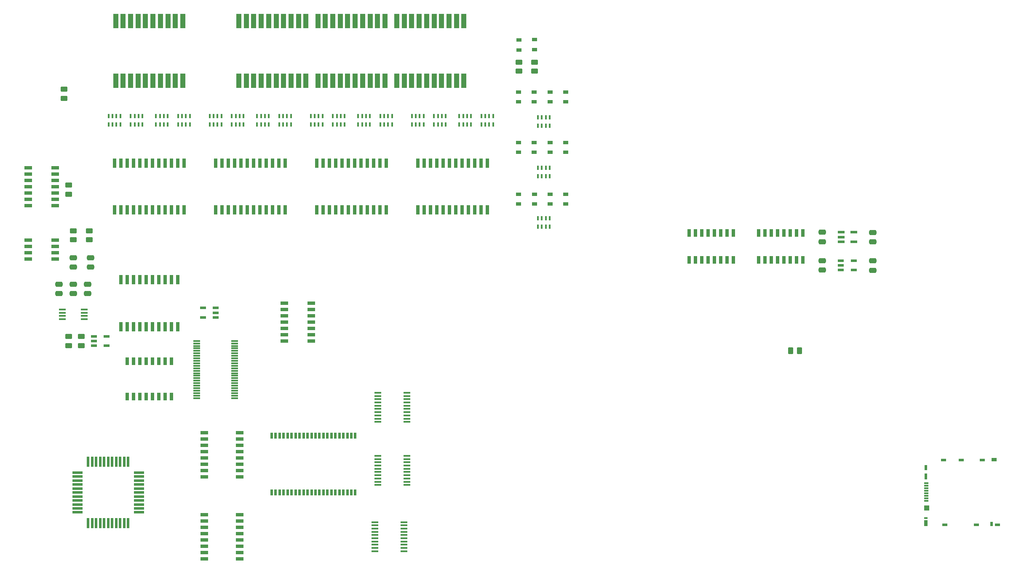
<source format=gbr>
%TF.GenerationSoftware,KiCad,Pcbnew,(6.0.5)*%
%TF.CreationDate,2022-08-17T10:53:36+02:00*%
%TF.ProjectId,Pico Debugger,5069636f-2044-4656-9275-676765722e6b,rev?*%
%TF.SameCoordinates,Original*%
%TF.FileFunction,Paste,Top*%
%TF.FilePolarity,Positive*%
%FSLAX46Y46*%
G04 Gerber Fmt 4.6, Leading zero omitted, Abs format (unit mm)*
G04 Created by KiCad (PCBNEW (6.0.5)) date 2022-08-17 10:53:36*
%MOMM*%
%LPD*%
G01*
G04 APERTURE LIST*
G04 Aperture macros list*
%AMRoundRect*
0 Rectangle with rounded corners*
0 $1 Rounding radius*
0 $2 $3 $4 $5 $6 $7 $8 $9 X,Y pos of 4 corners*
0 Add a 4 corners polygon primitive as box body*
4,1,4,$2,$3,$4,$5,$6,$7,$8,$9,$2,$3,0*
0 Add four circle primitives for the rounded corners*
1,1,$1+$1,$2,$3*
1,1,$1+$1,$4,$5*
1,1,$1+$1,$6,$7*
1,1,$1+$1,$8,$9*
0 Add four rect primitives between the rounded corners*
20,1,$1+$1,$2,$3,$4,$5,0*
20,1,$1+$1,$4,$5,$6,$7,0*
20,1,$1+$1,$6,$7,$8,$9,0*
20,1,$1+$1,$8,$9,$2,$3,0*%
G04 Aperture macros list end*
%ADD10R,0.425000X0.900000*%
%ADD11R,1.425000X0.300000*%
%ADD12R,0.650000X1.950000*%
%ADD13R,1.000000X0.800000*%
%ADD14R,1.000000X3.000000*%
%ADD15R,1.550000X0.650000*%
%ADD16RoundRect,0.250000X-0.475000X0.250000X-0.475000X-0.250000X0.475000X-0.250000X0.475000X0.250000X0*%
%ADD17RoundRect,0.250000X0.262500X0.450000X-0.262500X0.450000X-0.262500X-0.450000X0.262500X-0.450000X0*%
%ADD18R,1.400000X0.600000*%
%ADD19RoundRect,0.250000X-0.450000X0.262500X-0.450000X-0.262500X0.450000X-0.262500X0.450000X0.262500X0*%
%ADD20R,1.250000X0.600000*%
%ADD21R,0.650000X1.550000*%
%ADD22RoundRect,0.250000X0.450000X-0.262500X0.450000X0.262500X-0.450000X0.262500X-0.450000X-0.262500X0*%
%ADD23R,0.650000X1.925000*%
%ADD24R,1.150000X0.600000*%
%ADD25RoundRect,0.250000X0.475000X-0.250000X0.475000X0.250000X-0.475000X0.250000X-0.475000X-0.250000X0*%
%ADD26RoundRect,0.137500X0.912500X-0.137500X0.912500X0.137500X-0.912500X0.137500X-0.912500X-0.137500X0*%
%ADD27RoundRect,0.137500X0.137500X-0.912500X0.137500X0.912500X-0.137500X0.912500X-0.137500X-0.912500X0*%
%ADD28R,1.475000X0.450000*%
%ADD29R,1.425000X0.450000*%
%ADD30R,0.850000X0.300000*%
%ADD31R,1.000000X1.000000*%
%ADD32R,0.650000X0.450000*%
%ADD33R,0.650000X1.150000*%
%ADD34R,1.000000X0.500000*%
%ADD35R,0.500000X0.850000*%
%ADD36R,1.000000X0.700000*%
%ADD37R,0.600000X1.000000*%
%ADD38R,0.600000X1.200000*%
%ADD39R,0.600000X1.295000*%
G04 APERTURE END LIST*
D10*
%TO.C,RN4*%
X61665000Y-68160000D03*
X62465000Y-68160000D03*
X63265000Y-68160000D03*
X64065000Y-68160000D03*
X64065000Y-66460000D03*
X63265000Y-66460000D03*
X62465000Y-66460000D03*
X61665000Y-66460000D03*
%TD*%
D11*
%TO.C,IC5*%
X79373000Y-111725000D03*
X79373000Y-112225000D03*
X79373000Y-112725000D03*
X79373000Y-113225000D03*
X79373000Y-113725000D03*
X79373000Y-114225000D03*
X79373000Y-114725000D03*
X79373000Y-115225000D03*
X79373000Y-115725000D03*
X79373000Y-116225000D03*
X79373000Y-116725000D03*
X79373000Y-117225000D03*
X79373000Y-117725000D03*
X79373000Y-118225000D03*
X79373000Y-118725000D03*
X79373000Y-119225000D03*
X79373000Y-119725000D03*
X79373000Y-120225000D03*
X79373000Y-120725000D03*
X79373000Y-121225000D03*
X79373000Y-121725000D03*
X79373000Y-122225000D03*
X79373000Y-122725000D03*
X79373000Y-123225000D03*
X86997000Y-123225000D03*
X86997000Y-122725000D03*
X86997000Y-122225000D03*
X86997000Y-121725000D03*
X86997000Y-121225000D03*
X86997000Y-120725000D03*
X86997000Y-120225000D03*
X86997000Y-119725000D03*
X86997000Y-119225000D03*
X86997000Y-118725000D03*
X86997000Y-118225000D03*
X86997000Y-117725000D03*
X86997000Y-117225000D03*
X86997000Y-116725000D03*
X86997000Y-116225000D03*
X86997000Y-115725000D03*
X86997000Y-115225000D03*
X86997000Y-114725000D03*
X86997000Y-114225000D03*
X86997000Y-113725000D03*
X86997000Y-113225000D03*
X86997000Y-112725000D03*
X86997000Y-112225000D03*
X86997000Y-111725000D03*
%TD*%
D12*
%TO.C,IC12*%
X64135000Y-108865000D03*
X65405000Y-108865000D03*
X66675000Y-108865000D03*
X67945000Y-108865000D03*
X69215000Y-108865000D03*
X70485000Y-108865000D03*
X71755000Y-108865000D03*
X73025000Y-108865000D03*
X74295000Y-108865000D03*
X75565000Y-108865000D03*
X75565000Y-99415000D03*
X74295000Y-99415000D03*
X73025000Y-99415000D03*
X71755000Y-99415000D03*
X70485000Y-99415000D03*
X69215000Y-99415000D03*
X67945000Y-99415000D03*
X66675000Y-99415000D03*
X65405000Y-99415000D03*
X64135000Y-99415000D03*
%TD*%
D13*
%TO.C,LED5*%
X147250000Y-73755000D03*
X147250000Y-71755000D03*
%TD*%
D10*
%TO.C,RN11*%
X114230000Y-66460000D03*
X113430000Y-66460000D03*
X112630000Y-66460000D03*
X111830000Y-66460000D03*
X111830000Y-68160000D03*
X112630000Y-68160000D03*
X113430000Y-68160000D03*
X114230000Y-68160000D03*
%TD*%
D13*
%TO.C,LED10*%
X150425000Y-63595000D03*
X150425000Y-61595000D03*
%TD*%
D14*
%TO.C,DS3*%
X103740000Y-59340000D03*
X105240000Y-59340000D03*
X106740000Y-59340000D03*
X108240000Y-59340000D03*
X109740000Y-59340000D03*
X111240000Y-59340000D03*
X112740000Y-59340000D03*
X114240000Y-59340000D03*
X115740000Y-59340000D03*
X117240000Y-59340000D03*
X117240000Y-47340000D03*
X115740000Y-47340000D03*
X114240000Y-47340000D03*
X112740000Y-47340000D03*
X111240000Y-47340000D03*
X109740000Y-47340000D03*
X108240000Y-47340000D03*
X106740000Y-47340000D03*
X105240000Y-47340000D03*
X103740000Y-47340000D03*
%TD*%
D10*
%TO.C,RN8*%
X102305000Y-68160000D03*
X103105000Y-68160000D03*
X103905000Y-68160000D03*
X104705000Y-68160000D03*
X104705000Y-66460000D03*
X103905000Y-66460000D03*
X103105000Y-66460000D03*
X102305000Y-66460000D03*
%TD*%
D13*
%TO.C,LED11*%
X153600000Y-63595000D03*
X153600000Y-61595000D03*
%TD*%
D15*
%TO.C,IC10*%
X45535000Y-91440000D03*
X45535000Y-92710000D03*
X45535000Y-93980000D03*
X45535000Y-95250000D03*
X50985000Y-95250000D03*
X50985000Y-93980000D03*
X50985000Y-92710000D03*
X50985000Y-91440000D03*
%TD*%
D16*
%TO.C,C4*%
X215265000Y-95586000D03*
X215265000Y-97486000D03*
%TD*%
D14*
%TO.C,DS2*%
X63100000Y-59340000D03*
X64600000Y-59340000D03*
X66100000Y-59340000D03*
X67600000Y-59340000D03*
X69100000Y-59340000D03*
X70600000Y-59340000D03*
X72100000Y-59340000D03*
X73600000Y-59340000D03*
X75100000Y-59340000D03*
X76600000Y-59340000D03*
X76600000Y-47340000D03*
X75100000Y-47340000D03*
X73600000Y-47340000D03*
X72100000Y-47340000D03*
X70600000Y-47340000D03*
X69100000Y-47340000D03*
X67600000Y-47340000D03*
X66100000Y-47340000D03*
X64600000Y-47340000D03*
X63100000Y-47340000D03*
%TD*%
D17*
%TO.C,R3*%
X200580000Y-113665000D03*
X198755000Y-113665000D03*
%TD*%
D15*
%TO.C,IC15*%
X45535000Y-76835000D03*
X45535000Y-78105000D03*
X45535000Y-79375000D03*
X45535000Y-80645000D03*
X45535000Y-81915000D03*
X45535000Y-83185000D03*
X45535000Y-84455000D03*
X50985000Y-84455000D03*
X50985000Y-83185000D03*
X50985000Y-81915000D03*
X50985000Y-80645000D03*
X50985000Y-79375000D03*
X50985000Y-78105000D03*
X50985000Y-76835000D03*
%TD*%
D18*
%TO.C,IC1*%
X208935000Y-89855000D03*
X208935000Y-90805000D03*
X208935000Y-91755000D03*
X211435000Y-91755000D03*
X211435000Y-89855000D03*
%TD*%
D15*
%TO.C,RN2*%
X80907000Y-130175000D03*
X80907000Y-131445000D03*
X80907000Y-132715000D03*
X80907000Y-133985000D03*
X80907000Y-135255000D03*
X80907000Y-136525000D03*
X80907000Y-137795000D03*
X80907000Y-139065000D03*
X88003000Y-139065000D03*
X88003000Y-137795000D03*
X88003000Y-136525000D03*
X88003000Y-135255000D03*
X88003000Y-133985000D03*
X88003000Y-132715000D03*
X88003000Y-131445000D03*
X88003000Y-130175000D03*
%TD*%
D19*
%TO.C,R5*%
X54620000Y-89535000D03*
X54620000Y-91360000D03*
%TD*%
D13*
%TO.C,LED9*%
X147250000Y-63595000D03*
X147250000Y-61595000D03*
%TD*%
D16*
%TO.C,C7*%
X54610000Y-94951000D03*
X54610000Y-96851000D03*
%TD*%
D20*
%TO.C,IC11*%
X83165000Y-106995000D03*
X83165000Y-106045000D03*
X83165000Y-105095000D03*
X80665000Y-105095000D03*
X80665000Y-106995000D03*
%TD*%
D21*
%TO.C,RN1*%
X74295000Y-115832000D03*
X73025000Y-115832000D03*
X71755000Y-115832000D03*
X70485000Y-115832000D03*
X69215000Y-115832000D03*
X67945000Y-115832000D03*
X66675000Y-115832000D03*
X65405000Y-115832000D03*
X65405000Y-122928000D03*
X66675000Y-122928000D03*
X67945000Y-122928000D03*
X69215000Y-122928000D03*
X70485000Y-122928000D03*
X71755000Y-122928000D03*
X73025000Y-122928000D03*
X74295000Y-122928000D03*
%TD*%
D22*
%TO.C,R2*%
X52695000Y-62865000D03*
X52695000Y-61040000D03*
%TD*%
D13*
%TO.C,LED13*%
X147320000Y-84185000D03*
X147320000Y-82185000D03*
%TD*%
D10*
%TO.C,RN10*%
X118675000Y-66460000D03*
X117875000Y-66460000D03*
X117075000Y-66460000D03*
X116275000Y-66460000D03*
X116275000Y-68160000D03*
X117075000Y-68160000D03*
X117875000Y-68160000D03*
X118675000Y-68160000D03*
%TD*%
%TO.C,RN22*%
X147955000Y-88695000D03*
X148755000Y-88695000D03*
X149555000Y-88695000D03*
X150355000Y-88695000D03*
X150355000Y-86995000D03*
X149555000Y-86995000D03*
X148755000Y-86995000D03*
X147955000Y-86995000D03*
%TD*%
D13*
%TO.C,LED3*%
X147320000Y-53070000D03*
X147320000Y-51070000D03*
%TD*%
%TO.C,LED2*%
X144145000Y-53163000D03*
X144145000Y-51163000D03*
%TD*%
D16*
%TO.C,C8*%
X58102500Y-94951000D03*
X58102500Y-96851000D03*
%TD*%
D22*
%TO.C,R7*%
X144135000Y-57427500D03*
X144135000Y-55602500D03*
%TD*%
D13*
%TO.C,LED4*%
X144075000Y-73755000D03*
X144075000Y-71755000D03*
%TD*%
D14*
%TO.C,DS5*%
X87865000Y-59340000D03*
X89365000Y-59340000D03*
X90865000Y-59340000D03*
X92365000Y-59340000D03*
X93865000Y-59340000D03*
X95365000Y-59340000D03*
X96865000Y-59340000D03*
X98365000Y-59340000D03*
X99865000Y-59340000D03*
X101365000Y-59340000D03*
X101365000Y-47340000D03*
X99865000Y-47340000D03*
X98365000Y-47340000D03*
X96865000Y-47340000D03*
X95365000Y-47340000D03*
X93865000Y-47340000D03*
X92365000Y-47340000D03*
X90865000Y-47340000D03*
X89365000Y-47340000D03*
X87865000Y-47340000D03*
%TD*%
D10*
%TO.C,RN20*%
X147955000Y-78535000D03*
X148755000Y-78535000D03*
X149555000Y-78535000D03*
X150355000Y-78535000D03*
X150355000Y-76835000D03*
X149555000Y-76835000D03*
X148755000Y-76835000D03*
X147955000Y-76835000D03*
%TD*%
D23*
%TO.C,IC21*%
X83185000Y-85357000D03*
X84455000Y-85357000D03*
X85725000Y-85357000D03*
X86995000Y-85357000D03*
X88265000Y-85357000D03*
X89535000Y-85357000D03*
X90805000Y-85357000D03*
X92075000Y-85357000D03*
X93345000Y-85357000D03*
X94615000Y-85357000D03*
X95885000Y-85357000D03*
X97155000Y-85357000D03*
X97155000Y-75933000D03*
X95885000Y-75933000D03*
X94615000Y-75933000D03*
X93345000Y-75933000D03*
X92075000Y-75933000D03*
X90805000Y-75933000D03*
X89535000Y-75933000D03*
X88265000Y-75933000D03*
X86995000Y-75933000D03*
X85725000Y-75933000D03*
X84455000Y-75933000D03*
X83185000Y-75933000D03*
%TD*%
D24*
%TO.C,IC2*%
X208885000Y-95570000D03*
X208885000Y-96520000D03*
X208885000Y-97470000D03*
X211485000Y-97470000D03*
X211485000Y-95570000D03*
%TD*%
D13*
%TO.C,LED6*%
X150425000Y-73755000D03*
X150425000Y-71755000D03*
%TD*%
D25*
%TO.C,C20*%
X54610000Y-102216500D03*
X54610000Y-100316500D03*
%TD*%
D21*
%TO.C,IC3*%
X192365000Y-95435000D03*
X193635000Y-95435000D03*
X194905000Y-95435000D03*
X196175000Y-95435000D03*
X197445000Y-95435000D03*
X198715000Y-95435000D03*
X199985000Y-95435000D03*
X201255000Y-95435000D03*
X201255000Y-89985000D03*
X199985000Y-89985000D03*
X198715000Y-89985000D03*
X197445000Y-89985000D03*
X196175000Y-89985000D03*
X194905000Y-89985000D03*
X193635000Y-89985000D03*
X192365000Y-89985000D03*
%TD*%
D23*
%TO.C,IC19*%
X103505000Y-85357000D03*
X104775000Y-85357000D03*
X106045000Y-85357000D03*
X107315000Y-85357000D03*
X108585000Y-85357000D03*
X109855000Y-85357000D03*
X111125000Y-85357000D03*
X112395000Y-85357000D03*
X113665000Y-85357000D03*
X114935000Y-85357000D03*
X116205000Y-85357000D03*
X117475000Y-85357000D03*
X117475000Y-75933000D03*
X116205000Y-75933000D03*
X114935000Y-75933000D03*
X113665000Y-75933000D03*
X112395000Y-75933000D03*
X111125000Y-75933000D03*
X109855000Y-75933000D03*
X108585000Y-75933000D03*
X107315000Y-75933000D03*
X106045000Y-75933000D03*
X104775000Y-75933000D03*
X103505000Y-75933000D03*
%TD*%
D22*
%TO.C,R4*%
X57775000Y-91360000D03*
X57775000Y-89535000D03*
%TD*%
D13*
%TO.C,LED12*%
X144075000Y-84185000D03*
X144075000Y-82185000D03*
%TD*%
D19*
%TO.C,R12*%
X53667500Y-110847500D03*
X53667500Y-112672500D03*
%TD*%
D15*
%TO.C,RN3*%
X80907000Y-146685000D03*
X80907000Y-147955000D03*
X80907000Y-149225000D03*
X80907000Y-150495000D03*
X80907000Y-151765000D03*
X80907000Y-153035000D03*
X80907000Y-154305000D03*
X80907000Y-155575000D03*
X88003000Y-155575000D03*
X88003000Y-154305000D03*
X88003000Y-153035000D03*
X88003000Y-151765000D03*
X88003000Y-150495000D03*
X88003000Y-149225000D03*
X88003000Y-147955000D03*
X88003000Y-146685000D03*
%TD*%
D10*
%TO.C,RN9*%
X106750000Y-68160000D03*
X107550000Y-68160000D03*
X108350000Y-68160000D03*
X109150000Y-68160000D03*
X109150000Y-66460000D03*
X108350000Y-66460000D03*
X107550000Y-66460000D03*
X106750000Y-66460000D03*
%TD*%
%TO.C,RN18*%
X98355000Y-66460000D03*
X97555000Y-66460000D03*
X96755000Y-66460000D03*
X95955000Y-66460000D03*
X95955000Y-68160000D03*
X96755000Y-68160000D03*
X97555000Y-68160000D03*
X98355000Y-68160000D03*
%TD*%
D26*
%TO.C,IC7*%
X55395000Y-142240000D03*
X55395000Y-143040000D03*
X55395000Y-143840000D03*
X55395000Y-144640000D03*
X55395000Y-145440000D03*
X55395000Y-146240000D03*
D27*
X57595000Y-148440000D03*
X58395000Y-148440000D03*
X59195000Y-148440000D03*
X59995000Y-148440000D03*
X60795000Y-148440000D03*
X61595000Y-148440000D03*
X62395000Y-148440000D03*
X63195000Y-148440000D03*
X63995000Y-148440000D03*
X64795000Y-148440000D03*
X65595000Y-148440000D03*
D26*
X67795000Y-146240000D03*
X67795000Y-145440000D03*
X67795000Y-144640000D03*
X67795000Y-143840000D03*
X67795000Y-143040000D03*
X67795000Y-142240000D03*
X67795000Y-141440000D03*
X67795000Y-140640000D03*
X67795000Y-139840000D03*
X67795000Y-139040000D03*
X67795000Y-138240000D03*
D27*
X65595000Y-136040000D03*
X64795000Y-136040000D03*
X63995000Y-136040000D03*
X63195000Y-136040000D03*
X62395000Y-136040000D03*
X61595000Y-136040000D03*
X60795000Y-136040000D03*
X59995000Y-136040000D03*
X59195000Y-136040000D03*
X58395000Y-136040000D03*
X57595000Y-136040000D03*
D26*
X55395000Y-138240000D03*
X55395000Y-139040000D03*
X55395000Y-139840000D03*
X55395000Y-140640000D03*
X55395000Y-141440000D03*
%TD*%
D22*
%TO.C,R1*%
X53647500Y-82192500D03*
X53647500Y-80367500D03*
%TD*%
%TO.C,R8*%
X147310000Y-57427500D03*
X147310000Y-55602500D03*
%TD*%
D10*
%TO.C,RN16*%
X81985000Y-68160000D03*
X82785000Y-68160000D03*
X83585000Y-68160000D03*
X84385000Y-68160000D03*
X84385000Y-66460000D03*
X83585000Y-66460000D03*
X82785000Y-66460000D03*
X81985000Y-66460000D03*
%TD*%
%TO.C,RN21*%
X147955000Y-68375000D03*
X148755000Y-68375000D03*
X149555000Y-68375000D03*
X150355000Y-68375000D03*
X150355000Y-66675000D03*
X149555000Y-66675000D03*
X148755000Y-66675000D03*
X147955000Y-66675000D03*
%TD*%
D28*
%TO.C,IC9*%
X121683000Y-128020000D03*
X121683000Y-127370000D03*
X121683000Y-126720000D03*
X121683000Y-126070000D03*
X121683000Y-125420000D03*
X121683000Y-124770000D03*
X121683000Y-124120000D03*
X121683000Y-123470000D03*
X121683000Y-122820000D03*
X121683000Y-122170000D03*
X115807000Y-122170000D03*
X115807000Y-122820000D03*
X115807000Y-123470000D03*
X115807000Y-124120000D03*
X115807000Y-124770000D03*
X115807000Y-125420000D03*
X115807000Y-126070000D03*
X115807000Y-126720000D03*
X115807000Y-127370000D03*
X115807000Y-128020000D03*
%TD*%
D10*
%TO.C,RN15*%
X134550000Y-66460000D03*
X133750000Y-66460000D03*
X132950000Y-66460000D03*
X132150000Y-66460000D03*
X132150000Y-68160000D03*
X132950000Y-68160000D03*
X133750000Y-68160000D03*
X134550000Y-68160000D03*
%TD*%
D29*
%TO.C,IC16*%
X52398000Y-105387500D03*
X52398000Y-106037500D03*
X52398000Y-106687500D03*
X52398000Y-107337500D03*
X56822000Y-107337500D03*
X56822000Y-106687500D03*
X56822000Y-106037500D03*
X56822000Y-105387500D03*
%TD*%
D25*
%TO.C,C41*%
X51752500Y-102216500D03*
X51752500Y-100316500D03*
%TD*%
D10*
%TO.C,RN13*%
X127070000Y-68160000D03*
X127870000Y-68160000D03*
X128670000Y-68160000D03*
X129470000Y-68160000D03*
X129470000Y-66460000D03*
X128670000Y-66460000D03*
X127870000Y-66460000D03*
X127070000Y-66460000D03*
%TD*%
%TO.C,RN17*%
X86430000Y-68160000D03*
X87230000Y-68160000D03*
X88030000Y-68160000D03*
X88830000Y-68160000D03*
X88830000Y-66460000D03*
X88030000Y-66460000D03*
X87230000Y-66460000D03*
X86430000Y-66460000D03*
%TD*%
D28*
%TO.C,IC8*%
X121048000Y-154055000D03*
X121048000Y-153405000D03*
X121048000Y-152755000D03*
X121048000Y-152105000D03*
X121048000Y-151455000D03*
X121048000Y-150805000D03*
X121048000Y-150155000D03*
X121048000Y-149505000D03*
X121048000Y-148855000D03*
X121048000Y-148205000D03*
X115172000Y-148205000D03*
X115172000Y-148855000D03*
X115172000Y-149505000D03*
X115172000Y-150155000D03*
X115172000Y-150805000D03*
X115172000Y-151455000D03*
X115172000Y-152105000D03*
X115172000Y-152755000D03*
X115172000Y-153405000D03*
X115172000Y-154055000D03*
%TD*%
D10*
%TO.C,RN19*%
X93910000Y-66460000D03*
X93110000Y-66460000D03*
X92310000Y-66460000D03*
X91510000Y-66460000D03*
X91510000Y-68160000D03*
X92310000Y-68160000D03*
X93110000Y-68160000D03*
X93910000Y-68160000D03*
%TD*%
D20*
%TO.C,IC17*%
X58757500Y-110810000D03*
X58757500Y-111760000D03*
X58757500Y-112710000D03*
X61257500Y-112710000D03*
X61257500Y-110810000D03*
%TD*%
D13*
%TO.C,LED15*%
X153600000Y-84185000D03*
X153600000Y-82185000D03*
%TD*%
%TO.C,LED7*%
X153600000Y-73755000D03*
X153600000Y-71755000D03*
%TD*%
%TO.C,LED8*%
X144075000Y-63595000D03*
X144075000Y-61595000D03*
%TD*%
D10*
%TO.C,RN12*%
X122625000Y-68160000D03*
X123425000Y-68160000D03*
X124225000Y-68160000D03*
X125025000Y-68160000D03*
X125025000Y-66460000D03*
X124225000Y-66460000D03*
X123425000Y-66460000D03*
X122625000Y-66460000D03*
%TD*%
%TO.C,RN5*%
X66115000Y-68160000D03*
X66915000Y-68160000D03*
X67715000Y-68160000D03*
X68515000Y-68160000D03*
X68515000Y-66460000D03*
X67715000Y-66460000D03*
X66915000Y-66460000D03*
X66115000Y-66460000D03*
%TD*%
%TO.C,RN14*%
X138995000Y-66460000D03*
X138195000Y-66460000D03*
X137395000Y-66460000D03*
X136595000Y-66460000D03*
X136595000Y-68160000D03*
X137395000Y-68160000D03*
X138195000Y-68160000D03*
X138995000Y-68160000D03*
%TD*%
D15*
%TO.C,IC13*%
X96970000Y-104140000D03*
X96970000Y-105410000D03*
X96970000Y-106680000D03*
X96970000Y-107950000D03*
X96970000Y-109220000D03*
X96970000Y-110490000D03*
X96970000Y-111760000D03*
X102420000Y-111760000D03*
X102420000Y-110490000D03*
X102420000Y-109220000D03*
X102420000Y-107950000D03*
X102420000Y-106680000D03*
X102420000Y-105410000D03*
X102420000Y-104140000D03*
%TD*%
D23*
%TO.C,IC20*%
X123825000Y-85357000D03*
X125095000Y-85357000D03*
X126365000Y-85357000D03*
X127635000Y-85357000D03*
X128905000Y-85357000D03*
X130175000Y-85357000D03*
X131445000Y-85357000D03*
X132715000Y-85357000D03*
X133985000Y-85357000D03*
X135255000Y-85357000D03*
X136525000Y-85357000D03*
X137795000Y-85357000D03*
X137795000Y-75933000D03*
X136525000Y-75933000D03*
X135255000Y-75933000D03*
X133985000Y-75933000D03*
X132715000Y-75933000D03*
X131445000Y-75933000D03*
X130175000Y-75933000D03*
X128905000Y-75933000D03*
X127635000Y-75933000D03*
X126365000Y-75933000D03*
X125095000Y-75933000D03*
X123825000Y-75933000D03*
%TD*%
D10*
%TO.C,RN6*%
X73590000Y-66460000D03*
X72790000Y-66460000D03*
X71990000Y-66460000D03*
X71190000Y-66460000D03*
X71190000Y-68160000D03*
X71990000Y-68160000D03*
X72790000Y-68160000D03*
X73590000Y-68160000D03*
%TD*%
D23*
%TO.C,IC18*%
X62865000Y-85357000D03*
X64135000Y-85357000D03*
X65405000Y-85357000D03*
X66675000Y-85357000D03*
X67945000Y-85357000D03*
X69215000Y-85357000D03*
X70485000Y-85357000D03*
X71755000Y-85357000D03*
X73025000Y-85357000D03*
X74295000Y-85357000D03*
X75565000Y-85357000D03*
X76835000Y-85357000D03*
X76835000Y-75933000D03*
X75565000Y-75933000D03*
X74295000Y-75933000D03*
X73025000Y-75933000D03*
X71755000Y-75933000D03*
X70485000Y-75933000D03*
X69215000Y-75933000D03*
X67945000Y-75933000D03*
X66675000Y-75933000D03*
X65405000Y-75933000D03*
X64135000Y-75933000D03*
X62865000Y-75933000D03*
%TD*%
D13*
%TO.C,LED14*%
X150425000Y-84185000D03*
X150425000Y-82185000D03*
%TD*%
D25*
%TO.C,C2*%
X205105000Y-97454000D03*
X205105000Y-95554000D03*
%TD*%
D28*
%TO.C,IC6*%
X121683000Y-140720000D03*
X121683000Y-140070000D03*
X121683000Y-139420000D03*
X121683000Y-138770000D03*
X121683000Y-138120000D03*
X121683000Y-137470000D03*
X121683000Y-136820000D03*
X121683000Y-136170000D03*
X121683000Y-135520000D03*
X121683000Y-134870000D03*
X115807000Y-134870000D03*
X115807000Y-135520000D03*
X115807000Y-136170000D03*
X115807000Y-136820000D03*
X115807000Y-137470000D03*
X115807000Y-138120000D03*
X115807000Y-138770000D03*
X115807000Y-139420000D03*
X115807000Y-140070000D03*
X115807000Y-140720000D03*
%TD*%
D10*
%TO.C,RN7*%
X78035000Y-66460000D03*
X77235000Y-66460000D03*
X76435000Y-66460000D03*
X75635000Y-66460000D03*
X75635000Y-68160000D03*
X76435000Y-68160000D03*
X77235000Y-68160000D03*
X78035000Y-68160000D03*
%TD*%
D16*
%TO.C,C3*%
X215265000Y-89871000D03*
X215265000Y-91771000D03*
%TD*%
D25*
%TO.C,C1*%
X205105000Y-91739000D03*
X205105000Y-89839000D03*
%TD*%
D21*
%TO.C,IC4*%
X178395000Y-95435000D03*
X179665000Y-95435000D03*
X180935000Y-95435000D03*
X182205000Y-95435000D03*
X183475000Y-95435000D03*
X184745000Y-95435000D03*
X186015000Y-95435000D03*
X187285000Y-95435000D03*
X187285000Y-89985000D03*
X186015000Y-89985000D03*
X184745000Y-89985000D03*
X183475000Y-89985000D03*
X182205000Y-89985000D03*
X180935000Y-89985000D03*
X179665000Y-89985000D03*
X178395000Y-89985000D03*
%TD*%
D30*
%TO.C,J3*%
X226055000Y-143890000D03*
X226055000Y-143390000D03*
X226055000Y-142890000D03*
X226055000Y-142390000D03*
X226055000Y-141890000D03*
X226055000Y-141390000D03*
X226055000Y-140890000D03*
X226055000Y-140390000D03*
D31*
X226130000Y-145390000D03*
D32*
X225955000Y-147415000D03*
D33*
X225955000Y-148415000D03*
D34*
X229730000Y-148740000D03*
X236130000Y-148740000D03*
D35*
X239180000Y-148565000D03*
D34*
X240330000Y-148740000D03*
D36*
X239630000Y-135640000D03*
D34*
X237330000Y-135740000D03*
X233030000Y-135740000D03*
X229530000Y-135740000D03*
D37*
X225930000Y-137240000D03*
D38*
X225930000Y-138990000D03*
%TD*%
D14*
%TO.C,DS4*%
X119615000Y-59340000D03*
X121115000Y-59340000D03*
X122615000Y-59340000D03*
X124115000Y-59340000D03*
X125615000Y-59340000D03*
X127115000Y-59340000D03*
X128615000Y-59340000D03*
X130115000Y-59340000D03*
X131615000Y-59340000D03*
X133115000Y-59340000D03*
X133115000Y-47340000D03*
X131615000Y-47340000D03*
X130115000Y-47340000D03*
X128615000Y-47340000D03*
X127115000Y-47340000D03*
X125615000Y-47340000D03*
X124115000Y-47340000D03*
X122615000Y-47340000D03*
X121115000Y-47340000D03*
X119615000Y-47340000D03*
%TD*%
D25*
%TO.C,C9*%
X57467500Y-102216500D03*
X57467500Y-100316500D03*
%TD*%
D19*
%TO.C,R6*%
X56207500Y-110847500D03*
X56207500Y-112672500D03*
%TD*%
D39*
%TO.C,IC14*%
X94470000Y-142253000D03*
X95270000Y-142253000D03*
X96070000Y-142253000D03*
X96870000Y-142253000D03*
X97670000Y-142253000D03*
X98470000Y-142253000D03*
X99270000Y-142253000D03*
X100070000Y-142253000D03*
X100870000Y-142253000D03*
X101670000Y-142253000D03*
X102470000Y-142253000D03*
X103270000Y-142253000D03*
X104070000Y-142253000D03*
X104870000Y-142253000D03*
X105670000Y-142253000D03*
X106470000Y-142253000D03*
X107270000Y-142253000D03*
X108070000Y-142253000D03*
X108870000Y-142253000D03*
X109670000Y-142253000D03*
X110470000Y-142253000D03*
X111270000Y-142253000D03*
X111270000Y-130797000D03*
X110470000Y-130797000D03*
X109670000Y-130797000D03*
X108870000Y-130797000D03*
X108070000Y-130797000D03*
X107270000Y-130797000D03*
X106470000Y-130797000D03*
X105670000Y-130797000D03*
X104870000Y-130797000D03*
X104070000Y-130797000D03*
X103270000Y-130797000D03*
X102470000Y-130797000D03*
X101670000Y-130797000D03*
X100870000Y-130797000D03*
X100070000Y-130797000D03*
X99270000Y-130797000D03*
X98470000Y-130797000D03*
X97670000Y-130797000D03*
X96870000Y-130797000D03*
X96070000Y-130797000D03*
X95270000Y-130797000D03*
X94470000Y-130797000D03*
%TD*%
M02*

</source>
